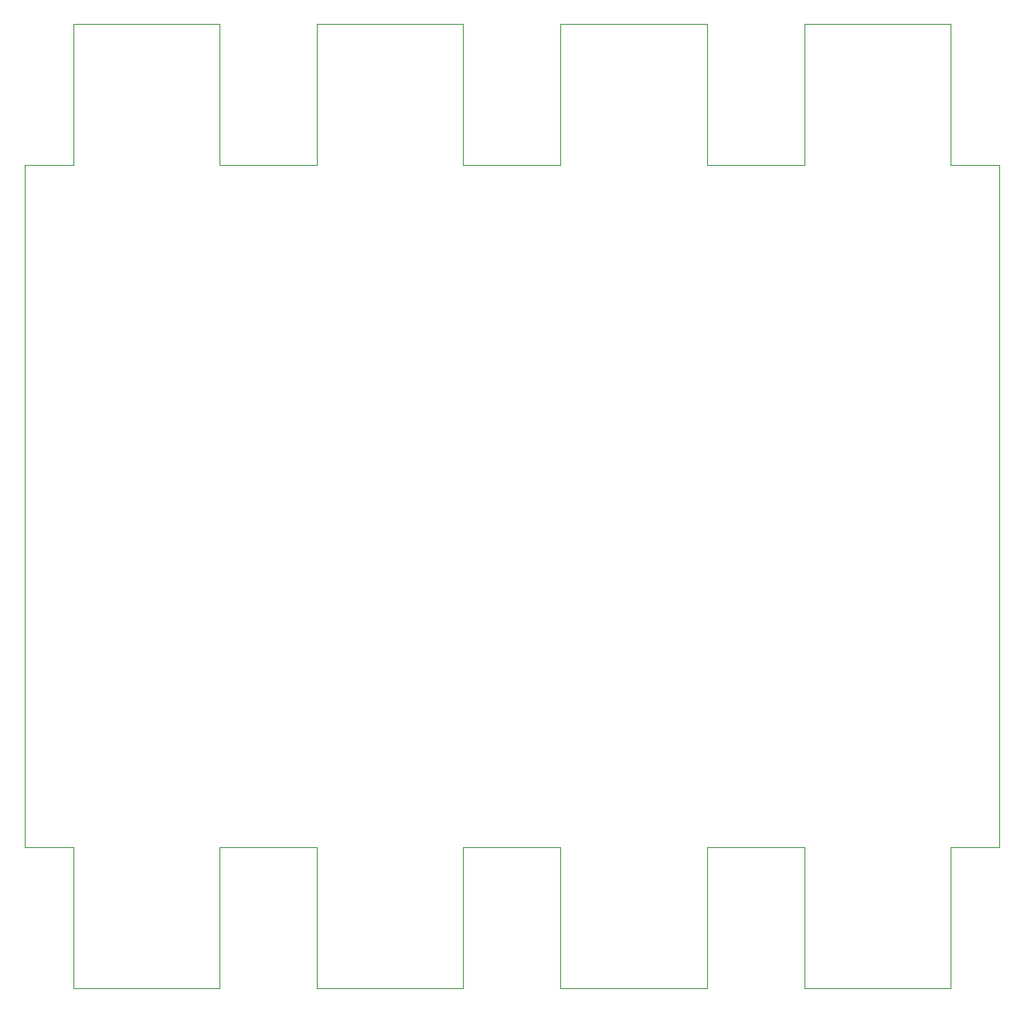
<source format=gbr>
G04 #@! TF.GenerationSoftware,KiCad,Pcbnew,(5.1.6)-1*
G04 #@! TF.CreationDate,2020-09-11T21:59:46+04:00*
G04 #@! TF.ProjectId,Triple-five,54726970-6c65-42d6-9669-76652e6b6963,rev?*
G04 #@! TF.SameCoordinates,Original*
G04 #@! TF.FileFunction,Profile,NP*
%FSLAX46Y46*%
G04 Gerber Fmt 4.6, Leading zero omitted, Abs format (unit mm)*
G04 Created by KiCad (PCBNEW (5.1.6)-1) date 2020-09-11 21:59:46*
%MOMM*%
%LPD*%
G01*
G04 APERTURE LIST*
G04 #@! TA.AperFunction,Profile*
%ADD10C,0.050000*%
G04 #@! TD*
G04 APERTURE END LIST*
D10*
X115500000Y-128250000D02*
X115500000Y-58250000D01*
X120500000Y-128250000D02*
X115500000Y-128250000D01*
X120500000Y-142750000D02*
X120500000Y-128250000D01*
X135500000Y-142750000D02*
X120500000Y-142750000D01*
X135500000Y-128250000D02*
X135500000Y-142750000D01*
X145500000Y-128250000D02*
X135500000Y-128250000D01*
X145500000Y-142750000D02*
X145500000Y-128250000D01*
X160500000Y-142750000D02*
X145500000Y-142750000D01*
X160500000Y-128250000D02*
X160500000Y-142750000D01*
X170500000Y-128250000D02*
X160500000Y-128250000D01*
X170500000Y-142750000D02*
X170500000Y-128250000D01*
X185500000Y-142750000D02*
X170500000Y-142750000D01*
X185500000Y-128250000D02*
X185500000Y-142750000D01*
X195500000Y-128250000D02*
X185500000Y-128250000D01*
X195500000Y-142750000D02*
X195500000Y-128250000D01*
X210500000Y-142750000D02*
X195500000Y-142750000D01*
X210500000Y-128250000D02*
X210500000Y-142750000D01*
X215500000Y-128250000D02*
X210500000Y-128250000D01*
X215500000Y-58250000D02*
X215500000Y-128250000D01*
X210500000Y-58250000D02*
X215500000Y-58250000D01*
X210500000Y-43750000D02*
X210500000Y-58250000D01*
X195500000Y-43750000D02*
X210500000Y-43750000D01*
X195500000Y-58250000D02*
X195500000Y-43750000D01*
X185500000Y-58250000D02*
X195500000Y-58250000D01*
X185500000Y-43750000D02*
X185500000Y-58250000D01*
X170500000Y-43750000D02*
X185500000Y-43750000D01*
X170500000Y-58250000D02*
X170500000Y-43750000D01*
X160500000Y-58250000D02*
X170500000Y-58250000D01*
X160500000Y-43750000D02*
X160500000Y-58250000D01*
X145500000Y-43750000D02*
X160500000Y-43750000D01*
X145500000Y-58250000D02*
X145500000Y-43750000D01*
X135500000Y-58250000D02*
X145500000Y-58250000D01*
X135500000Y-43750000D02*
X135500000Y-58250000D01*
X120500000Y-43750000D02*
X135500000Y-43750000D01*
X120500000Y-58250000D02*
X120500000Y-43750000D01*
X115500000Y-58250000D02*
X120500000Y-58250000D01*
M02*

</source>
